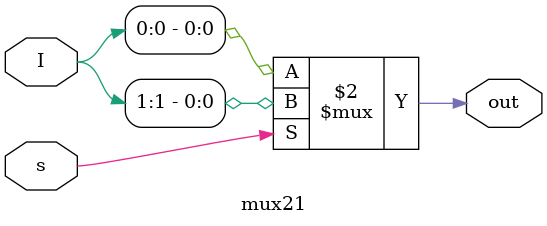
<source format=v>
module mux21(
    input s , 
    input [1:0] I,
    output out
);

assign out = (s == 0) ? I[0] : I[1];

endmodule
</source>
